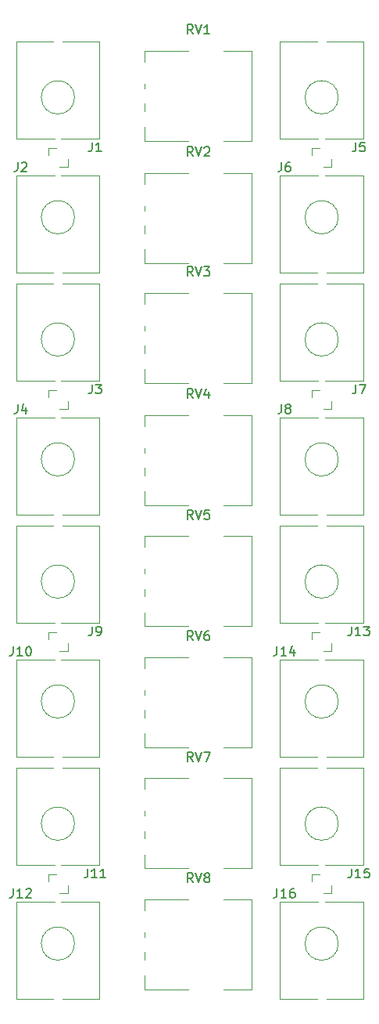
<source format=gbr>
G04 #@! TF.GenerationSoftware,KiCad,Pcbnew,(5.1.2)-2*
G04 #@! TF.CreationDate,2021-07-18T13:36:31+02:00*
G04 #@! TF.ProjectId,Octal,4f637461-6c2e-46b6-9963-61645f706362,1.0.0*
G04 #@! TF.SameCoordinates,Original*
G04 #@! TF.FileFunction,Legend,Top*
G04 #@! TF.FilePolarity,Positive*
%FSLAX46Y46*%
G04 Gerber Fmt 4.6, Leading zero omitted, Abs format (unit mm)*
G04 Created by KiCad (PCBNEW (5.1.2)-2) date 2021-07-18 13:36:31*
%MOMM*%
%LPD*%
G04 APERTURE LIST*
%ADD10C,0.120000*%
%ADD11C,0.150000*%
G04 APERTURE END LIST*
D10*
X166950000Y-114248000D02*
X166950000Y-124748000D01*
X175950000Y-114248000D02*
X175950000Y-124748000D01*
X175950000Y-124748000D02*
X171950000Y-124748000D01*
X170950000Y-124748000D02*
X166950000Y-124748000D01*
X175950000Y-114248000D02*
X171800000Y-114248000D01*
X171100000Y-114248000D02*
X166950000Y-114248000D01*
X173250000Y-118748000D02*
G75*
G03X173250000Y-118748000I-1800000J0D01*
G01*
X170390000Y-111268000D02*
X170390000Y-112068000D01*
X170390000Y-111268000D02*
X171250000Y-111268000D01*
X195525000Y-114248000D02*
X195525000Y-124748000D01*
X204525000Y-114248000D02*
X204525000Y-124748000D01*
X204525000Y-124748000D02*
X200525000Y-124748000D01*
X199525000Y-124748000D02*
X195525000Y-124748000D01*
X204525000Y-114248000D02*
X200375000Y-114248000D01*
X199675000Y-114248000D02*
X195525000Y-114248000D01*
X201825000Y-118748000D02*
G75*
G03X201825000Y-118748000I-1800000J0D01*
G01*
X198965000Y-111268000D02*
X198965000Y-112068000D01*
X198965000Y-111268000D02*
X199825000Y-111268000D01*
X204525000Y-57964000D02*
X204525000Y-47464000D01*
X195525000Y-57964000D02*
X195525000Y-47464000D01*
X195525000Y-47464000D02*
X199525000Y-47464000D01*
X200525000Y-47464000D02*
X204525000Y-47464000D01*
X195525000Y-57964000D02*
X199675000Y-57964000D01*
X200375000Y-57964000D02*
X204525000Y-57964000D01*
X201825000Y-53464000D02*
G75*
G03X201825000Y-53464000I-1800000J0D01*
G01*
X201085000Y-60944000D02*
X201085000Y-60144000D01*
X201085000Y-60944000D02*
X200225000Y-60944000D01*
X192429000Y-58170000D02*
X192429000Y-48430000D01*
X180839000Y-58170000D02*
X180839000Y-56680000D01*
X189369000Y-58170000D02*
X192429000Y-58170000D01*
X180839000Y-48420000D02*
X185559000Y-48420000D01*
X189369000Y-48430000D02*
X192429000Y-48430000D01*
X180839000Y-58170000D02*
X185559000Y-58170000D01*
X180839000Y-49610000D02*
X180839000Y-48430000D01*
X180839000Y-52510000D02*
X180839000Y-51980000D01*
X180839000Y-54960000D02*
X180839000Y-54130000D01*
X175950000Y-57964000D02*
X175950000Y-47464000D01*
X166950000Y-57964000D02*
X166950000Y-47464000D01*
X166950000Y-47464000D02*
X170950000Y-47464000D01*
X171950000Y-47464000D02*
X175950000Y-47464000D01*
X166950000Y-57964000D02*
X171100000Y-57964000D01*
X171800000Y-57964000D02*
X175950000Y-57964000D01*
X173250000Y-53464000D02*
G75*
G03X173250000Y-53464000I-1800000J0D01*
G01*
X172510000Y-60944000D02*
X172510000Y-60144000D01*
X172510000Y-60944000D02*
X171650000Y-60944000D01*
X166950000Y-61924000D02*
X166950000Y-72424000D01*
X175950000Y-61924000D02*
X175950000Y-72424000D01*
X175950000Y-72424000D02*
X171950000Y-72424000D01*
X170950000Y-72424000D02*
X166950000Y-72424000D01*
X175950000Y-61924000D02*
X171800000Y-61924000D01*
X171100000Y-61924000D02*
X166950000Y-61924000D01*
X173250000Y-66424000D02*
G75*
G03X173250000Y-66424000I-1800000J0D01*
G01*
X170390000Y-58944000D02*
X170390000Y-59744000D01*
X170390000Y-58944000D02*
X171250000Y-58944000D01*
X175950000Y-84126000D02*
X175950000Y-73626000D01*
X166950000Y-84126000D02*
X166950000Y-73626000D01*
X166950000Y-73626000D02*
X170950000Y-73626000D01*
X171950000Y-73626000D02*
X175950000Y-73626000D01*
X166950000Y-84126000D02*
X171100000Y-84126000D01*
X171800000Y-84126000D02*
X175950000Y-84126000D01*
X173250000Y-79626000D02*
G75*
G03X173250000Y-79626000I-1800000J0D01*
G01*
X172510000Y-87106000D02*
X172510000Y-86306000D01*
X172510000Y-87106000D02*
X171650000Y-87106000D01*
X170390000Y-85106000D02*
X171250000Y-85106000D01*
X170390000Y-85106000D02*
X170390000Y-85906000D01*
X173250000Y-92586000D02*
G75*
G03X173250000Y-92586000I-1800000J0D01*
G01*
X171100000Y-88086000D02*
X166950000Y-88086000D01*
X175950000Y-88086000D02*
X171800000Y-88086000D01*
X170950000Y-98586000D02*
X166950000Y-98586000D01*
X175950000Y-98586000D02*
X171950000Y-98586000D01*
X175950000Y-88086000D02*
X175950000Y-98586000D01*
X166950000Y-88086000D02*
X166950000Y-98586000D01*
X198965000Y-58944000D02*
X199825000Y-58944000D01*
X198965000Y-58944000D02*
X198965000Y-59744000D01*
X201825000Y-66424000D02*
G75*
G03X201825000Y-66424000I-1800000J0D01*
G01*
X199675000Y-61924000D02*
X195525000Y-61924000D01*
X204525000Y-61924000D02*
X200375000Y-61924000D01*
X199525000Y-72424000D02*
X195525000Y-72424000D01*
X204525000Y-72424000D02*
X200525000Y-72424000D01*
X204525000Y-61924000D02*
X204525000Y-72424000D01*
X195525000Y-61924000D02*
X195525000Y-72424000D01*
X201085000Y-87106000D02*
X200225000Y-87106000D01*
X201085000Y-87106000D02*
X201085000Y-86306000D01*
X201825000Y-79626000D02*
G75*
G03X201825000Y-79626000I-1800000J0D01*
G01*
X200375000Y-84126000D02*
X204525000Y-84126000D01*
X195525000Y-84126000D02*
X199675000Y-84126000D01*
X200525000Y-73626000D02*
X204525000Y-73626000D01*
X195525000Y-73626000D02*
X199525000Y-73626000D01*
X195525000Y-84126000D02*
X195525000Y-73626000D01*
X204525000Y-84126000D02*
X204525000Y-73626000D01*
X198965000Y-85106000D02*
X199825000Y-85106000D01*
X198965000Y-85106000D02*
X198965000Y-85906000D01*
X201825000Y-92586000D02*
G75*
G03X201825000Y-92586000I-1800000J0D01*
G01*
X199675000Y-88086000D02*
X195525000Y-88086000D01*
X204525000Y-88086000D02*
X200375000Y-88086000D01*
X199525000Y-98586000D02*
X195525000Y-98586000D01*
X204525000Y-98586000D02*
X200525000Y-98586000D01*
X204525000Y-88086000D02*
X204525000Y-98586000D01*
X195525000Y-88086000D02*
X195525000Y-98586000D01*
X172510000Y-113268000D02*
X171650000Y-113268000D01*
X172510000Y-113268000D02*
X172510000Y-112468000D01*
X173250000Y-105788000D02*
G75*
G03X173250000Y-105788000I-1800000J0D01*
G01*
X171800000Y-110288000D02*
X175950000Y-110288000D01*
X166950000Y-110288000D02*
X171100000Y-110288000D01*
X171950000Y-99788000D02*
X175950000Y-99788000D01*
X166950000Y-99788000D02*
X170950000Y-99788000D01*
X166950000Y-110288000D02*
X166950000Y-99788000D01*
X175950000Y-110288000D02*
X175950000Y-99788000D01*
X175950000Y-136450000D02*
X175950000Y-125950000D01*
X166950000Y-136450000D02*
X166950000Y-125950000D01*
X166950000Y-125950000D02*
X170950000Y-125950000D01*
X171950000Y-125950000D02*
X175950000Y-125950000D01*
X166950000Y-136450000D02*
X171100000Y-136450000D01*
X171800000Y-136450000D02*
X175950000Y-136450000D01*
X173250000Y-131950000D02*
G75*
G03X173250000Y-131950000I-1800000J0D01*
G01*
X172510000Y-139430000D02*
X172510000Y-138630000D01*
X172510000Y-139430000D02*
X171650000Y-139430000D01*
X170390000Y-137430000D02*
X171250000Y-137430000D01*
X170390000Y-137430000D02*
X170390000Y-138230000D01*
X173250000Y-144910000D02*
G75*
G03X173250000Y-144910000I-1800000J0D01*
G01*
X171100000Y-140410000D02*
X166950000Y-140410000D01*
X175950000Y-140410000D02*
X171800000Y-140410000D01*
X170950000Y-150910000D02*
X166950000Y-150910000D01*
X175950000Y-150910000D02*
X171950000Y-150910000D01*
X175950000Y-140410000D02*
X175950000Y-150910000D01*
X166950000Y-140410000D02*
X166950000Y-150910000D01*
X204525000Y-110288000D02*
X204525000Y-99788000D01*
X195525000Y-110288000D02*
X195525000Y-99788000D01*
X195525000Y-99788000D02*
X199525000Y-99788000D01*
X200525000Y-99788000D02*
X204525000Y-99788000D01*
X195525000Y-110288000D02*
X199675000Y-110288000D01*
X200375000Y-110288000D02*
X204525000Y-110288000D01*
X201825000Y-105788000D02*
G75*
G03X201825000Y-105788000I-1800000J0D01*
G01*
X201085000Y-113268000D02*
X201085000Y-112468000D01*
X201085000Y-113268000D02*
X200225000Y-113268000D01*
X204525000Y-136450000D02*
X204525000Y-125950000D01*
X195525000Y-136450000D02*
X195525000Y-125950000D01*
X195525000Y-125950000D02*
X199525000Y-125950000D01*
X200525000Y-125950000D02*
X204525000Y-125950000D01*
X195525000Y-136450000D02*
X199675000Y-136450000D01*
X200375000Y-136450000D02*
X204525000Y-136450000D01*
X201825000Y-131950000D02*
G75*
G03X201825000Y-131950000I-1800000J0D01*
G01*
X201085000Y-139430000D02*
X201085000Y-138630000D01*
X201085000Y-139430000D02*
X200225000Y-139430000D01*
X198965000Y-137430000D02*
X199825000Y-137430000D01*
X198965000Y-137430000D02*
X198965000Y-138230000D01*
X201825000Y-144910000D02*
G75*
G03X201825000Y-144910000I-1800000J0D01*
G01*
X199675000Y-140410000D02*
X195525000Y-140410000D01*
X204525000Y-140410000D02*
X200375000Y-140410000D01*
X199525000Y-150910000D02*
X195525000Y-150910000D01*
X204525000Y-150910000D02*
X200525000Y-150910000D01*
X204525000Y-140410000D02*
X204525000Y-150910000D01*
X195525000Y-140410000D02*
X195525000Y-150910000D01*
X180839000Y-68168000D02*
X180839000Y-67338000D01*
X180839000Y-65718000D02*
X180839000Y-65188000D01*
X180839000Y-62818000D02*
X180839000Y-61638000D01*
X180839000Y-71378000D02*
X185559000Y-71378000D01*
X189369000Y-61638000D02*
X192429000Y-61638000D01*
X180839000Y-61628000D02*
X185559000Y-61628000D01*
X189369000Y-71378000D02*
X192429000Y-71378000D01*
X180839000Y-71378000D02*
X180839000Y-69888000D01*
X192429000Y-71378000D02*
X192429000Y-61638000D01*
X192429000Y-84332000D02*
X192429000Y-74592000D01*
X180839000Y-84332000D02*
X180839000Y-82842000D01*
X189369000Y-84332000D02*
X192429000Y-84332000D01*
X180839000Y-74582000D02*
X185559000Y-74582000D01*
X189369000Y-74592000D02*
X192429000Y-74592000D01*
X180839000Y-84332000D02*
X185559000Y-84332000D01*
X180839000Y-75772000D02*
X180839000Y-74592000D01*
X180839000Y-78672000D02*
X180839000Y-78142000D01*
X180839000Y-81122000D02*
X180839000Y-80292000D01*
X180839000Y-94330000D02*
X180839000Y-93500000D01*
X180839000Y-91880000D02*
X180839000Y-91350000D01*
X180839000Y-88980000D02*
X180839000Y-87800000D01*
X180839000Y-97540000D02*
X185559000Y-97540000D01*
X189369000Y-87800000D02*
X192429000Y-87800000D01*
X180839000Y-87790000D02*
X185559000Y-87790000D01*
X189369000Y-97540000D02*
X192429000Y-97540000D01*
X180839000Y-97540000D02*
X180839000Y-96050000D01*
X192429000Y-97540000D02*
X192429000Y-87800000D01*
X192429000Y-110621000D02*
X192429000Y-100881000D01*
X180839000Y-110621000D02*
X180839000Y-109131000D01*
X189369000Y-110621000D02*
X192429000Y-110621000D01*
X180839000Y-100871000D02*
X185559000Y-100871000D01*
X189369000Y-100881000D02*
X192429000Y-100881000D01*
X180839000Y-110621000D02*
X185559000Y-110621000D01*
X180839000Y-102061000D02*
X180839000Y-100881000D01*
X180839000Y-104961000D02*
X180839000Y-104431000D01*
X180839000Y-107411000D02*
X180839000Y-106581000D01*
X180839000Y-120492000D02*
X180839000Y-119662000D01*
X180839000Y-118042000D02*
X180839000Y-117512000D01*
X180839000Y-115142000D02*
X180839000Y-113962000D01*
X180839000Y-123702000D02*
X185559000Y-123702000D01*
X189369000Y-113962000D02*
X192429000Y-113962000D01*
X180839000Y-113952000D02*
X185559000Y-113952000D01*
X189369000Y-123702000D02*
X192429000Y-123702000D01*
X180839000Y-123702000D02*
X180839000Y-122212000D01*
X192429000Y-123702000D02*
X192429000Y-113962000D01*
X192429000Y-136783000D02*
X192429000Y-127043000D01*
X180839000Y-136783000D02*
X180839000Y-135293000D01*
X189369000Y-136783000D02*
X192429000Y-136783000D01*
X180839000Y-127033000D02*
X185559000Y-127033000D01*
X189369000Y-127043000D02*
X192429000Y-127043000D01*
X180839000Y-136783000D02*
X185559000Y-136783000D01*
X180839000Y-128223000D02*
X180839000Y-127043000D01*
X180839000Y-131123000D02*
X180839000Y-130593000D01*
X180839000Y-133573000D02*
X180839000Y-132743000D01*
X180839000Y-146654000D02*
X180839000Y-145824000D01*
X180839000Y-144204000D02*
X180839000Y-143674000D01*
X180839000Y-141304000D02*
X180839000Y-140124000D01*
X180839000Y-149864000D02*
X185559000Y-149864000D01*
X189369000Y-140124000D02*
X192429000Y-140124000D01*
X180839000Y-140114000D02*
X185559000Y-140114000D01*
X189369000Y-149864000D02*
X192429000Y-149864000D01*
X180839000Y-149864000D02*
X180839000Y-148374000D01*
X192429000Y-149864000D02*
X192429000Y-140124000D01*
D11*
X166610476Y-112800380D02*
X166610476Y-113514666D01*
X166562857Y-113657523D01*
X166467619Y-113752761D01*
X166324761Y-113800380D01*
X166229523Y-113800380D01*
X167610476Y-113800380D02*
X167039047Y-113800380D01*
X167324761Y-113800380D02*
X167324761Y-112800380D01*
X167229523Y-112943238D01*
X167134285Y-113038476D01*
X167039047Y-113086095D01*
X168229523Y-112800380D02*
X168324761Y-112800380D01*
X168420000Y-112848000D01*
X168467619Y-112895619D01*
X168515238Y-112990857D01*
X168562857Y-113181333D01*
X168562857Y-113419428D01*
X168515238Y-113609904D01*
X168467619Y-113705142D01*
X168420000Y-113752761D01*
X168324761Y-113800380D01*
X168229523Y-113800380D01*
X168134285Y-113752761D01*
X168086666Y-113705142D01*
X168039047Y-113609904D01*
X167991428Y-113419428D01*
X167991428Y-113181333D01*
X168039047Y-112990857D01*
X168086666Y-112895619D01*
X168134285Y-112848000D01*
X168229523Y-112800380D01*
X195185476Y-112800380D02*
X195185476Y-113514666D01*
X195137857Y-113657523D01*
X195042619Y-113752761D01*
X194899761Y-113800380D01*
X194804523Y-113800380D01*
X196185476Y-113800380D02*
X195614047Y-113800380D01*
X195899761Y-113800380D02*
X195899761Y-112800380D01*
X195804523Y-112943238D01*
X195709285Y-113038476D01*
X195614047Y-113086095D01*
X197042619Y-113133714D02*
X197042619Y-113800380D01*
X196804523Y-112752761D02*
X196566428Y-113467047D01*
X197185476Y-113467047D01*
X203721666Y-58316380D02*
X203721666Y-59030666D01*
X203674047Y-59173523D01*
X203578809Y-59268761D01*
X203435952Y-59316380D01*
X203340714Y-59316380D01*
X204674047Y-58316380D02*
X204197857Y-58316380D01*
X204150238Y-58792571D01*
X204197857Y-58744952D01*
X204293095Y-58697333D01*
X204531190Y-58697333D01*
X204626428Y-58744952D01*
X204674047Y-58792571D01*
X204721666Y-58887809D01*
X204721666Y-59125904D01*
X204674047Y-59221142D01*
X204626428Y-59268761D01*
X204531190Y-59316380D01*
X204293095Y-59316380D01*
X204197857Y-59268761D01*
X204150238Y-59221142D01*
X186073761Y-46612380D02*
X185740428Y-46136190D01*
X185502333Y-46612380D02*
X185502333Y-45612380D01*
X185883285Y-45612380D01*
X185978523Y-45660000D01*
X186026142Y-45707619D01*
X186073761Y-45802857D01*
X186073761Y-45945714D01*
X186026142Y-46040952D01*
X185978523Y-46088571D01*
X185883285Y-46136190D01*
X185502333Y-46136190D01*
X186359476Y-45612380D02*
X186692809Y-46612380D01*
X187026142Y-45612380D01*
X187883285Y-46612380D02*
X187311857Y-46612380D01*
X187597571Y-46612380D02*
X187597571Y-45612380D01*
X187502333Y-45755238D01*
X187407095Y-45850476D01*
X187311857Y-45898095D01*
X175146666Y-58316380D02*
X175146666Y-59030666D01*
X175099047Y-59173523D01*
X175003809Y-59268761D01*
X174860952Y-59316380D01*
X174765714Y-59316380D01*
X176146666Y-59316380D02*
X175575238Y-59316380D01*
X175860952Y-59316380D02*
X175860952Y-58316380D01*
X175765714Y-58459238D01*
X175670476Y-58554476D01*
X175575238Y-58602095D01*
X167086666Y-60476380D02*
X167086666Y-61190666D01*
X167039047Y-61333523D01*
X166943809Y-61428761D01*
X166800952Y-61476380D01*
X166705714Y-61476380D01*
X167515238Y-60571619D02*
X167562857Y-60524000D01*
X167658095Y-60476380D01*
X167896190Y-60476380D01*
X167991428Y-60524000D01*
X168039047Y-60571619D01*
X168086666Y-60666857D01*
X168086666Y-60762095D01*
X168039047Y-60904952D01*
X167467619Y-61476380D01*
X168086666Y-61476380D01*
X175146666Y-84478380D02*
X175146666Y-85192666D01*
X175099047Y-85335523D01*
X175003809Y-85430761D01*
X174860952Y-85478380D01*
X174765714Y-85478380D01*
X175527619Y-84478380D02*
X176146666Y-84478380D01*
X175813333Y-84859333D01*
X175956190Y-84859333D01*
X176051428Y-84906952D01*
X176099047Y-84954571D01*
X176146666Y-85049809D01*
X176146666Y-85287904D01*
X176099047Y-85383142D01*
X176051428Y-85430761D01*
X175956190Y-85478380D01*
X175670476Y-85478380D01*
X175575238Y-85430761D01*
X175527619Y-85383142D01*
X167086666Y-86638380D02*
X167086666Y-87352666D01*
X167039047Y-87495523D01*
X166943809Y-87590761D01*
X166800952Y-87638380D01*
X166705714Y-87638380D01*
X167991428Y-86971714D02*
X167991428Y-87638380D01*
X167753333Y-86590761D02*
X167515238Y-87305047D01*
X168134285Y-87305047D01*
X195661666Y-60476380D02*
X195661666Y-61190666D01*
X195614047Y-61333523D01*
X195518809Y-61428761D01*
X195375952Y-61476380D01*
X195280714Y-61476380D01*
X196566428Y-60476380D02*
X196375952Y-60476380D01*
X196280714Y-60524000D01*
X196233095Y-60571619D01*
X196137857Y-60714476D01*
X196090238Y-60904952D01*
X196090238Y-61285904D01*
X196137857Y-61381142D01*
X196185476Y-61428761D01*
X196280714Y-61476380D01*
X196471190Y-61476380D01*
X196566428Y-61428761D01*
X196614047Y-61381142D01*
X196661666Y-61285904D01*
X196661666Y-61047809D01*
X196614047Y-60952571D01*
X196566428Y-60904952D01*
X196471190Y-60857333D01*
X196280714Y-60857333D01*
X196185476Y-60904952D01*
X196137857Y-60952571D01*
X196090238Y-61047809D01*
X203721666Y-84478380D02*
X203721666Y-85192666D01*
X203674047Y-85335523D01*
X203578809Y-85430761D01*
X203435952Y-85478380D01*
X203340714Y-85478380D01*
X204102619Y-84478380D02*
X204769285Y-84478380D01*
X204340714Y-85478380D01*
X195661666Y-86638380D02*
X195661666Y-87352666D01*
X195614047Y-87495523D01*
X195518809Y-87590761D01*
X195375952Y-87638380D01*
X195280714Y-87638380D01*
X196280714Y-87066952D02*
X196185476Y-87019333D01*
X196137857Y-86971714D01*
X196090238Y-86876476D01*
X196090238Y-86828857D01*
X196137857Y-86733619D01*
X196185476Y-86686000D01*
X196280714Y-86638380D01*
X196471190Y-86638380D01*
X196566428Y-86686000D01*
X196614047Y-86733619D01*
X196661666Y-86828857D01*
X196661666Y-86876476D01*
X196614047Y-86971714D01*
X196566428Y-87019333D01*
X196471190Y-87066952D01*
X196280714Y-87066952D01*
X196185476Y-87114571D01*
X196137857Y-87162190D01*
X196090238Y-87257428D01*
X196090238Y-87447904D01*
X196137857Y-87543142D01*
X196185476Y-87590761D01*
X196280714Y-87638380D01*
X196471190Y-87638380D01*
X196566428Y-87590761D01*
X196614047Y-87543142D01*
X196661666Y-87447904D01*
X196661666Y-87257428D01*
X196614047Y-87162190D01*
X196566428Y-87114571D01*
X196471190Y-87066952D01*
X175146666Y-110640380D02*
X175146666Y-111354666D01*
X175099047Y-111497523D01*
X175003809Y-111592761D01*
X174860952Y-111640380D01*
X174765714Y-111640380D01*
X175670476Y-111640380D02*
X175860952Y-111640380D01*
X175956190Y-111592761D01*
X176003809Y-111545142D01*
X176099047Y-111402285D01*
X176146666Y-111211809D01*
X176146666Y-110830857D01*
X176099047Y-110735619D01*
X176051428Y-110688000D01*
X175956190Y-110640380D01*
X175765714Y-110640380D01*
X175670476Y-110688000D01*
X175622857Y-110735619D01*
X175575238Y-110830857D01*
X175575238Y-111068952D01*
X175622857Y-111164190D01*
X175670476Y-111211809D01*
X175765714Y-111259428D01*
X175956190Y-111259428D01*
X176051428Y-111211809D01*
X176099047Y-111164190D01*
X176146666Y-111068952D01*
X174670476Y-136802380D02*
X174670476Y-137516666D01*
X174622857Y-137659523D01*
X174527619Y-137754761D01*
X174384761Y-137802380D01*
X174289523Y-137802380D01*
X175670476Y-137802380D02*
X175099047Y-137802380D01*
X175384761Y-137802380D02*
X175384761Y-136802380D01*
X175289523Y-136945238D01*
X175194285Y-137040476D01*
X175099047Y-137088095D01*
X176622857Y-137802380D02*
X176051428Y-137802380D01*
X176337142Y-137802380D02*
X176337142Y-136802380D01*
X176241904Y-136945238D01*
X176146666Y-137040476D01*
X176051428Y-137088095D01*
X166610476Y-138962380D02*
X166610476Y-139676666D01*
X166562857Y-139819523D01*
X166467619Y-139914761D01*
X166324761Y-139962380D01*
X166229523Y-139962380D01*
X167610476Y-139962380D02*
X167039047Y-139962380D01*
X167324761Y-139962380D02*
X167324761Y-138962380D01*
X167229523Y-139105238D01*
X167134285Y-139200476D01*
X167039047Y-139248095D01*
X167991428Y-139057619D02*
X168039047Y-139010000D01*
X168134285Y-138962380D01*
X168372380Y-138962380D01*
X168467619Y-139010000D01*
X168515238Y-139057619D01*
X168562857Y-139152857D01*
X168562857Y-139248095D01*
X168515238Y-139390952D01*
X167943809Y-139962380D01*
X168562857Y-139962380D01*
X203245476Y-110640380D02*
X203245476Y-111354666D01*
X203197857Y-111497523D01*
X203102619Y-111592761D01*
X202959761Y-111640380D01*
X202864523Y-111640380D01*
X204245476Y-111640380D02*
X203674047Y-111640380D01*
X203959761Y-111640380D02*
X203959761Y-110640380D01*
X203864523Y-110783238D01*
X203769285Y-110878476D01*
X203674047Y-110926095D01*
X204578809Y-110640380D02*
X205197857Y-110640380D01*
X204864523Y-111021333D01*
X205007380Y-111021333D01*
X205102619Y-111068952D01*
X205150238Y-111116571D01*
X205197857Y-111211809D01*
X205197857Y-111449904D01*
X205150238Y-111545142D01*
X205102619Y-111592761D01*
X205007380Y-111640380D01*
X204721666Y-111640380D01*
X204626428Y-111592761D01*
X204578809Y-111545142D01*
X203245476Y-136802380D02*
X203245476Y-137516666D01*
X203197857Y-137659523D01*
X203102619Y-137754761D01*
X202959761Y-137802380D01*
X202864523Y-137802380D01*
X204245476Y-137802380D02*
X203674047Y-137802380D01*
X203959761Y-137802380D02*
X203959761Y-136802380D01*
X203864523Y-136945238D01*
X203769285Y-137040476D01*
X203674047Y-137088095D01*
X205150238Y-136802380D02*
X204674047Y-136802380D01*
X204626428Y-137278571D01*
X204674047Y-137230952D01*
X204769285Y-137183333D01*
X205007380Y-137183333D01*
X205102619Y-137230952D01*
X205150238Y-137278571D01*
X205197857Y-137373809D01*
X205197857Y-137611904D01*
X205150238Y-137707142D01*
X205102619Y-137754761D01*
X205007380Y-137802380D01*
X204769285Y-137802380D01*
X204674047Y-137754761D01*
X204626428Y-137707142D01*
X195185476Y-138962380D02*
X195185476Y-139676666D01*
X195137857Y-139819523D01*
X195042619Y-139914761D01*
X194899761Y-139962380D01*
X194804523Y-139962380D01*
X196185476Y-139962380D02*
X195614047Y-139962380D01*
X195899761Y-139962380D02*
X195899761Y-138962380D01*
X195804523Y-139105238D01*
X195709285Y-139200476D01*
X195614047Y-139248095D01*
X197042619Y-138962380D02*
X196852142Y-138962380D01*
X196756904Y-139010000D01*
X196709285Y-139057619D01*
X196614047Y-139200476D01*
X196566428Y-139390952D01*
X196566428Y-139771904D01*
X196614047Y-139867142D01*
X196661666Y-139914761D01*
X196756904Y-139962380D01*
X196947380Y-139962380D01*
X197042619Y-139914761D01*
X197090238Y-139867142D01*
X197137857Y-139771904D01*
X197137857Y-139533809D01*
X197090238Y-139438571D01*
X197042619Y-139390952D01*
X196947380Y-139343333D01*
X196756904Y-139343333D01*
X196661666Y-139390952D01*
X196614047Y-139438571D01*
X196566428Y-139533809D01*
X186073761Y-59820380D02*
X185740428Y-59344190D01*
X185502333Y-59820380D02*
X185502333Y-58820380D01*
X185883285Y-58820380D01*
X185978523Y-58868000D01*
X186026142Y-58915619D01*
X186073761Y-59010857D01*
X186073761Y-59153714D01*
X186026142Y-59248952D01*
X185978523Y-59296571D01*
X185883285Y-59344190D01*
X185502333Y-59344190D01*
X186359476Y-58820380D02*
X186692809Y-59820380D01*
X187026142Y-58820380D01*
X187311857Y-58915619D02*
X187359476Y-58868000D01*
X187454714Y-58820380D01*
X187692809Y-58820380D01*
X187788047Y-58868000D01*
X187835666Y-58915619D01*
X187883285Y-59010857D01*
X187883285Y-59106095D01*
X187835666Y-59248952D01*
X187264238Y-59820380D01*
X187883285Y-59820380D01*
X186073761Y-72774380D02*
X185740428Y-72298190D01*
X185502333Y-72774380D02*
X185502333Y-71774380D01*
X185883285Y-71774380D01*
X185978523Y-71822000D01*
X186026142Y-71869619D01*
X186073761Y-71964857D01*
X186073761Y-72107714D01*
X186026142Y-72202952D01*
X185978523Y-72250571D01*
X185883285Y-72298190D01*
X185502333Y-72298190D01*
X186359476Y-71774380D02*
X186692809Y-72774380D01*
X187026142Y-71774380D01*
X187264238Y-71774380D02*
X187883285Y-71774380D01*
X187549952Y-72155333D01*
X187692809Y-72155333D01*
X187788047Y-72202952D01*
X187835666Y-72250571D01*
X187883285Y-72345809D01*
X187883285Y-72583904D01*
X187835666Y-72679142D01*
X187788047Y-72726761D01*
X187692809Y-72774380D01*
X187407095Y-72774380D01*
X187311857Y-72726761D01*
X187264238Y-72679142D01*
X186073761Y-85982380D02*
X185740428Y-85506190D01*
X185502333Y-85982380D02*
X185502333Y-84982380D01*
X185883285Y-84982380D01*
X185978523Y-85030000D01*
X186026142Y-85077619D01*
X186073761Y-85172857D01*
X186073761Y-85315714D01*
X186026142Y-85410952D01*
X185978523Y-85458571D01*
X185883285Y-85506190D01*
X185502333Y-85506190D01*
X186359476Y-84982380D02*
X186692809Y-85982380D01*
X187026142Y-84982380D01*
X187788047Y-85315714D02*
X187788047Y-85982380D01*
X187549952Y-84934761D02*
X187311857Y-85649047D01*
X187930904Y-85649047D01*
X186073761Y-99063380D02*
X185740428Y-98587190D01*
X185502333Y-99063380D02*
X185502333Y-98063380D01*
X185883285Y-98063380D01*
X185978523Y-98111000D01*
X186026142Y-98158619D01*
X186073761Y-98253857D01*
X186073761Y-98396714D01*
X186026142Y-98491952D01*
X185978523Y-98539571D01*
X185883285Y-98587190D01*
X185502333Y-98587190D01*
X186359476Y-98063380D02*
X186692809Y-99063380D01*
X187026142Y-98063380D01*
X187835666Y-98063380D02*
X187359476Y-98063380D01*
X187311857Y-98539571D01*
X187359476Y-98491952D01*
X187454714Y-98444333D01*
X187692809Y-98444333D01*
X187788047Y-98491952D01*
X187835666Y-98539571D01*
X187883285Y-98634809D01*
X187883285Y-98872904D01*
X187835666Y-98968142D01*
X187788047Y-99015761D01*
X187692809Y-99063380D01*
X187454714Y-99063380D01*
X187359476Y-99015761D01*
X187311857Y-98968142D01*
X186073761Y-112144380D02*
X185740428Y-111668190D01*
X185502333Y-112144380D02*
X185502333Y-111144380D01*
X185883285Y-111144380D01*
X185978523Y-111192000D01*
X186026142Y-111239619D01*
X186073761Y-111334857D01*
X186073761Y-111477714D01*
X186026142Y-111572952D01*
X185978523Y-111620571D01*
X185883285Y-111668190D01*
X185502333Y-111668190D01*
X186359476Y-111144380D02*
X186692809Y-112144380D01*
X187026142Y-111144380D01*
X187788047Y-111144380D02*
X187597571Y-111144380D01*
X187502333Y-111192000D01*
X187454714Y-111239619D01*
X187359476Y-111382476D01*
X187311857Y-111572952D01*
X187311857Y-111953904D01*
X187359476Y-112049142D01*
X187407095Y-112096761D01*
X187502333Y-112144380D01*
X187692809Y-112144380D01*
X187788047Y-112096761D01*
X187835666Y-112049142D01*
X187883285Y-111953904D01*
X187883285Y-111715809D01*
X187835666Y-111620571D01*
X187788047Y-111572952D01*
X187692809Y-111525333D01*
X187502333Y-111525333D01*
X187407095Y-111572952D01*
X187359476Y-111620571D01*
X187311857Y-111715809D01*
X186073761Y-125225380D02*
X185740428Y-124749190D01*
X185502333Y-125225380D02*
X185502333Y-124225380D01*
X185883285Y-124225380D01*
X185978523Y-124273000D01*
X186026142Y-124320619D01*
X186073761Y-124415857D01*
X186073761Y-124558714D01*
X186026142Y-124653952D01*
X185978523Y-124701571D01*
X185883285Y-124749190D01*
X185502333Y-124749190D01*
X186359476Y-124225380D02*
X186692809Y-125225380D01*
X187026142Y-124225380D01*
X187264238Y-124225380D02*
X187930904Y-124225380D01*
X187502333Y-125225380D01*
X186073761Y-138306380D02*
X185740428Y-137830190D01*
X185502333Y-138306380D02*
X185502333Y-137306380D01*
X185883285Y-137306380D01*
X185978523Y-137354000D01*
X186026142Y-137401619D01*
X186073761Y-137496857D01*
X186073761Y-137639714D01*
X186026142Y-137734952D01*
X185978523Y-137782571D01*
X185883285Y-137830190D01*
X185502333Y-137830190D01*
X186359476Y-137306380D02*
X186692809Y-138306380D01*
X187026142Y-137306380D01*
X187502333Y-137734952D02*
X187407095Y-137687333D01*
X187359476Y-137639714D01*
X187311857Y-137544476D01*
X187311857Y-137496857D01*
X187359476Y-137401619D01*
X187407095Y-137354000D01*
X187502333Y-137306380D01*
X187692809Y-137306380D01*
X187788047Y-137354000D01*
X187835666Y-137401619D01*
X187883285Y-137496857D01*
X187883285Y-137544476D01*
X187835666Y-137639714D01*
X187788047Y-137687333D01*
X187692809Y-137734952D01*
X187502333Y-137734952D01*
X187407095Y-137782571D01*
X187359476Y-137830190D01*
X187311857Y-137925428D01*
X187311857Y-138115904D01*
X187359476Y-138211142D01*
X187407095Y-138258761D01*
X187502333Y-138306380D01*
X187692809Y-138306380D01*
X187788047Y-138258761D01*
X187835666Y-138211142D01*
X187883285Y-138115904D01*
X187883285Y-137925428D01*
X187835666Y-137830190D01*
X187788047Y-137782571D01*
X187692809Y-137734952D01*
M02*

</source>
